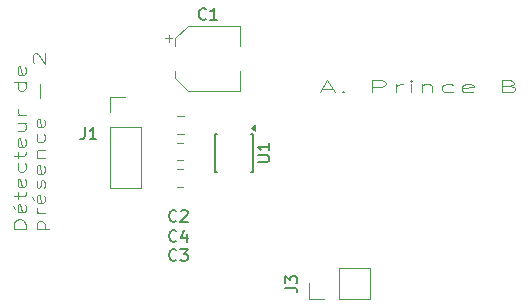
<source format=gto>
%TF.GenerationSoftware,KiCad,Pcbnew,8.0.5*%
%TF.CreationDate,2024-12-30T22:08:37+01:00*%
%TF.ProjectId,Projet2,50726f6a-6574-4322-9e6b-696361645f70,V1*%
%TF.SameCoordinates,Original*%
%TF.FileFunction,Legend,Top*%
%TF.FilePolarity,Positive*%
%FSLAX46Y46*%
G04 Gerber Fmt 4.6, Leading zero omitted, Abs format (unit mm)*
G04 Created by KiCad (PCBNEW 8.0.5) date 2024-12-30 22:08:37*
%MOMM*%
%LPD*%
G01*
G04 APERTURE LIST*
%ADD10C,0.100000*%
%ADD11C,0.150000*%
%ADD12C,0.120000*%
G04 APERTURE END LIST*
D10*
X51746741Y-33286704D02*
X52699122Y-33286704D01*
X51556265Y-33572419D02*
X52222931Y-32572419D01*
X52222931Y-32572419D02*
X52889598Y-33572419D01*
X53556265Y-33477180D02*
X53651503Y-33524800D01*
X53651503Y-33524800D02*
X53556265Y-33572419D01*
X53556265Y-33572419D02*
X53461027Y-33524800D01*
X53461027Y-33524800D02*
X53556265Y-33477180D01*
X53556265Y-33477180D02*
X53556265Y-33572419D01*
X56032456Y-33572419D02*
X56032456Y-32572419D01*
X56032456Y-32572419D02*
X56794361Y-32572419D01*
X56794361Y-32572419D02*
X56984837Y-32620038D01*
X56984837Y-32620038D02*
X57080075Y-32667657D01*
X57080075Y-32667657D02*
X57175313Y-32762895D01*
X57175313Y-32762895D02*
X57175313Y-32905752D01*
X57175313Y-32905752D02*
X57080075Y-33000990D01*
X57080075Y-33000990D02*
X56984837Y-33048609D01*
X56984837Y-33048609D02*
X56794361Y-33096228D01*
X56794361Y-33096228D02*
X56032456Y-33096228D01*
X58032456Y-33572419D02*
X58032456Y-32905752D01*
X58032456Y-33096228D02*
X58127694Y-33000990D01*
X58127694Y-33000990D02*
X58222932Y-32953371D01*
X58222932Y-32953371D02*
X58413408Y-32905752D01*
X58413408Y-32905752D02*
X58603885Y-32905752D01*
X59270551Y-33572419D02*
X59270551Y-32905752D01*
X59270551Y-32572419D02*
X59175313Y-32620038D01*
X59175313Y-32620038D02*
X59270551Y-32667657D01*
X59270551Y-32667657D02*
X59365789Y-32620038D01*
X59365789Y-32620038D02*
X59270551Y-32572419D01*
X59270551Y-32572419D02*
X59270551Y-32667657D01*
X60222932Y-32905752D02*
X60222932Y-33572419D01*
X60222932Y-33000990D02*
X60318170Y-32953371D01*
X60318170Y-32953371D02*
X60508646Y-32905752D01*
X60508646Y-32905752D02*
X60794361Y-32905752D01*
X60794361Y-32905752D02*
X60984837Y-32953371D01*
X60984837Y-32953371D02*
X61080075Y-33048609D01*
X61080075Y-33048609D02*
X61080075Y-33572419D01*
X62889599Y-33524800D02*
X62699123Y-33572419D01*
X62699123Y-33572419D02*
X62318170Y-33572419D01*
X62318170Y-33572419D02*
X62127694Y-33524800D01*
X62127694Y-33524800D02*
X62032456Y-33477180D01*
X62032456Y-33477180D02*
X61937218Y-33381942D01*
X61937218Y-33381942D02*
X61937218Y-33096228D01*
X61937218Y-33096228D02*
X62032456Y-33000990D01*
X62032456Y-33000990D02*
X62127694Y-32953371D01*
X62127694Y-32953371D02*
X62318170Y-32905752D01*
X62318170Y-32905752D02*
X62699123Y-32905752D01*
X62699123Y-32905752D02*
X62889599Y-32953371D01*
X64508647Y-33524800D02*
X64318171Y-33572419D01*
X64318171Y-33572419D02*
X63937218Y-33572419D01*
X63937218Y-33572419D02*
X63746742Y-33524800D01*
X63746742Y-33524800D02*
X63651504Y-33429561D01*
X63651504Y-33429561D02*
X63651504Y-33048609D01*
X63651504Y-33048609D02*
X63746742Y-32953371D01*
X63746742Y-32953371D02*
X63937218Y-32905752D01*
X63937218Y-32905752D02*
X64318171Y-32905752D01*
X64318171Y-32905752D02*
X64508647Y-32953371D01*
X64508647Y-32953371D02*
X64603885Y-33048609D01*
X64603885Y-33048609D02*
X64603885Y-33143847D01*
X64603885Y-33143847D02*
X63651504Y-33239085D01*
X67651505Y-33048609D02*
X67937219Y-33096228D01*
X67937219Y-33096228D02*
X68032457Y-33143847D01*
X68032457Y-33143847D02*
X68127695Y-33239085D01*
X68127695Y-33239085D02*
X68127695Y-33381942D01*
X68127695Y-33381942D02*
X68032457Y-33477180D01*
X68032457Y-33477180D02*
X67937219Y-33524800D01*
X67937219Y-33524800D02*
X67746743Y-33572419D01*
X67746743Y-33572419D02*
X66984838Y-33572419D01*
X66984838Y-33572419D02*
X66984838Y-32572419D01*
X66984838Y-32572419D02*
X67651505Y-32572419D01*
X67651505Y-32572419D02*
X67841981Y-32620038D01*
X67841981Y-32620038D02*
X67937219Y-32667657D01*
X67937219Y-32667657D02*
X68032457Y-32762895D01*
X68032457Y-32762895D02*
X68032457Y-32858133D01*
X68032457Y-32858133D02*
X67937219Y-32953371D01*
X67937219Y-32953371D02*
X67841981Y-33000990D01*
X67841981Y-33000990D02*
X67651505Y-33048609D01*
X67651505Y-33048609D02*
X66984838Y-33048609D01*
X26662475Y-45177068D02*
X25662475Y-45177068D01*
X25662475Y-45177068D02*
X25662475Y-44819925D01*
X25662475Y-44819925D02*
X25710094Y-44605639D01*
X25710094Y-44605639D02*
X25805332Y-44462782D01*
X25805332Y-44462782D02*
X25900570Y-44391353D01*
X25900570Y-44391353D02*
X26091046Y-44319925D01*
X26091046Y-44319925D02*
X26233903Y-44319925D01*
X26233903Y-44319925D02*
X26424379Y-44391353D01*
X26424379Y-44391353D02*
X26519617Y-44462782D01*
X26519617Y-44462782D02*
X26614856Y-44605639D01*
X26614856Y-44605639D02*
X26662475Y-44819925D01*
X26662475Y-44819925D02*
X26662475Y-45177068D01*
X26614856Y-43105639D02*
X26662475Y-43248496D01*
X26662475Y-43248496D02*
X26662475Y-43534211D01*
X26662475Y-43534211D02*
X26614856Y-43677068D01*
X26614856Y-43677068D02*
X26519617Y-43748496D01*
X26519617Y-43748496D02*
X26138665Y-43748496D01*
X26138665Y-43748496D02*
X26043427Y-43677068D01*
X26043427Y-43677068D02*
X25995808Y-43534211D01*
X25995808Y-43534211D02*
X25995808Y-43248496D01*
X25995808Y-43248496D02*
X26043427Y-43105639D01*
X26043427Y-43105639D02*
X26138665Y-43034211D01*
X26138665Y-43034211D02*
X26233903Y-43034211D01*
X26233903Y-43034211D02*
X26329141Y-43748496D01*
X25614856Y-43248496D02*
X25757713Y-43462782D01*
X25995808Y-42605639D02*
X25995808Y-42034211D01*
X25662475Y-42391354D02*
X26519617Y-42391354D01*
X26519617Y-42391354D02*
X26614856Y-42319925D01*
X26614856Y-42319925D02*
X26662475Y-42177068D01*
X26662475Y-42177068D02*
X26662475Y-42034211D01*
X26614856Y-40962782D02*
X26662475Y-41105639D01*
X26662475Y-41105639D02*
X26662475Y-41391354D01*
X26662475Y-41391354D02*
X26614856Y-41534211D01*
X26614856Y-41534211D02*
X26519617Y-41605639D01*
X26519617Y-41605639D02*
X26138665Y-41605639D01*
X26138665Y-41605639D02*
X26043427Y-41534211D01*
X26043427Y-41534211D02*
X25995808Y-41391354D01*
X25995808Y-41391354D02*
X25995808Y-41105639D01*
X25995808Y-41105639D02*
X26043427Y-40962782D01*
X26043427Y-40962782D02*
X26138665Y-40891354D01*
X26138665Y-40891354D02*
X26233903Y-40891354D01*
X26233903Y-40891354D02*
X26329141Y-41605639D01*
X26614856Y-39605640D02*
X26662475Y-39748497D01*
X26662475Y-39748497D02*
X26662475Y-40034211D01*
X26662475Y-40034211D02*
X26614856Y-40177068D01*
X26614856Y-40177068D02*
X26567236Y-40248497D01*
X26567236Y-40248497D02*
X26471998Y-40319925D01*
X26471998Y-40319925D02*
X26186284Y-40319925D01*
X26186284Y-40319925D02*
X26091046Y-40248497D01*
X26091046Y-40248497D02*
X26043427Y-40177068D01*
X26043427Y-40177068D02*
X25995808Y-40034211D01*
X25995808Y-40034211D02*
X25995808Y-39748497D01*
X25995808Y-39748497D02*
X26043427Y-39605640D01*
X25995808Y-39177068D02*
X25995808Y-38605640D01*
X25662475Y-38962783D02*
X26519617Y-38962783D01*
X26519617Y-38962783D02*
X26614856Y-38891354D01*
X26614856Y-38891354D02*
X26662475Y-38748497D01*
X26662475Y-38748497D02*
X26662475Y-38605640D01*
X26614856Y-37534211D02*
X26662475Y-37677068D01*
X26662475Y-37677068D02*
X26662475Y-37962783D01*
X26662475Y-37962783D02*
X26614856Y-38105640D01*
X26614856Y-38105640D02*
X26519617Y-38177068D01*
X26519617Y-38177068D02*
X26138665Y-38177068D01*
X26138665Y-38177068D02*
X26043427Y-38105640D01*
X26043427Y-38105640D02*
X25995808Y-37962783D01*
X25995808Y-37962783D02*
X25995808Y-37677068D01*
X25995808Y-37677068D02*
X26043427Y-37534211D01*
X26043427Y-37534211D02*
X26138665Y-37462783D01*
X26138665Y-37462783D02*
X26233903Y-37462783D01*
X26233903Y-37462783D02*
X26329141Y-38177068D01*
X25995808Y-36177069D02*
X26662475Y-36177069D01*
X25995808Y-36819926D02*
X26519617Y-36819926D01*
X26519617Y-36819926D02*
X26614856Y-36748497D01*
X26614856Y-36748497D02*
X26662475Y-36605640D01*
X26662475Y-36605640D02*
X26662475Y-36391354D01*
X26662475Y-36391354D02*
X26614856Y-36248497D01*
X26614856Y-36248497D02*
X26567236Y-36177069D01*
X26662475Y-35462783D02*
X25995808Y-35462783D01*
X26186284Y-35462783D02*
X26091046Y-35391354D01*
X26091046Y-35391354D02*
X26043427Y-35319926D01*
X26043427Y-35319926D02*
X25995808Y-35177068D01*
X25995808Y-35177068D02*
X25995808Y-35034211D01*
X26662475Y-32748498D02*
X25662475Y-32748498D01*
X26614856Y-32748498D02*
X26662475Y-32891355D01*
X26662475Y-32891355D02*
X26662475Y-33177069D01*
X26662475Y-33177069D02*
X26614856Y-33319926D01*
X26614856Y-33319926D02*
X26567236Y-33391355D01*
X26567236Y-33391355D02*
X26471998Y-33462783D01*
X26471998Y-33462783D02*
X26186284Y-33462783D01*
X26186284Y-33462783D02*
X26091046Y-33391355D01*
X26091046Y-33391355D02*
X26043427Y-33319926D01*
X26043427Y-33319926D02*
X25995808Y-33177069D01*
X25995808Y-33177069D02*
X25995808Y-32891355D01*
X25995808Y-32891355D02*
X26043427Y-32748498D01*
X26614856Y-31462783D02*
X26662475Y-31605640D01*
X26662475Y-31605640D02*
X26662475Y-31891355D01*
X26662475Y-31891355D02*
X26614856Y-32034212D01*
X26614856Y-32034212D02*
X26519617Y-32105640D01*
X26519617Y-32105640D02*
X26138665Y-32105640D01*
X26138665Y-32105640D02*
X26043427Y-32034212D01*
X26043427Y-32034212D02*
X25995808Y-31891355D01*
X25995808Y-31891355D02*
X25995808Y-31605640D01*
X25995808Y-31605640D02*
X26043427Y-31462783D01*
X26043427Y-31462783D02*
X26138665Y-31391355D01*
X26138665Y-31391355D02*
X26233903Y-31391355D01*
X26233903Y-31391355D02*
X26329141Y-32105640D01*
X27605752Y-45177068D02*
X28605752Y-45177068D01*
X27653371Y-45177068D02*
X27605752Y-45034211D01*
X27605752Y-45034211D02*
X27605752Y-44748496D01*
X27605752Y-44748496D02*
X27653371Y-44605639D01*
X27653371Y-44605639D02*
X27700990Y-44534211D01*
X27700990Y-44534211D02*
X27796228Y-44462782D01*
X27796228Y-44462782D02*
X28081942Y-44462782D01*
X28081942Y-44462782D02*
X28177180Y-44534211D01*
X28177180Y-44534211D02*
X28224800Y-44605639D01*
X28224800Y-44605639D02*
X28272419Y-44748496D01*
X28272419Y-44748496D02*
X28272419Y-45034211D01*
X28272419Y-45034211D02*
X28224800Y-45177068D01*
X28272419Y-43819925D02*
X27605752Y-43819925D01*
X27796228Y-43819925D02*
X27700990Y-43748496D01*
X27700990Y-43748496D02*
X27653371Y-43677068D01*
X27653371Y-43677068D02*
X27605752Y-43534210D01*
X27605752Y-43534210D02*
X27605752Y-43391353D01*
X28224800Y-42319925D02*
X28272419Y-42462782D01*
X28272419Y-42462782D02*
X28272419Y-42748497D01*
X28272419Y-42748497D02*
X28224800Y-42891354D01*
X28224800Y-42891354D02*
X28129561Y-42962782D01*
X28129561Y-42962782D02*
X27748609Y-42962782D01*
X27748609Y-42962782D02*
X27653371Y-42891354D01*
X27653371Y-42891354D02*
X27605752Y-42748497D01*
X27605752Y-42748497D02*
X27605752Y-42462782D01*
X27605752Y-42462782D02*
X27653371Y-42319925D01*
X27653371Y-42319925D02*
X27748609Y-42248497D01*
X27748609Y-42248497D02*
X27843847Y-42248497D01*
X27843847Y-42248497D02*
X27939085Y-42962782D01*
X27224800Y-42462782D02*
X27367657Y-42677068D01*
X28224800Y-41677068D02*
X28272419Y-41534211D01*
X28272419Y-41534211D02*
X28272419Y-41248497D01*
X28272419Y-41248497D02*
X28224800Y-41105640D01*
X28224800Y-41105640D02*
X28129561Y-41034211D01*
X28129561Y-41034211D02*
X28081942Y-41034211D01*
X28081942Y-41034211D02*
X27986704Y-41105640D01*
X27986704Y-41105640D02*
X27939085Y-41248497D01*
X27939085Y-41248497D02*
X27939085Y-41462783D01*
X27939085Y-41462783D02*
X27891466Y-41605640D01*
X27891466Y-41605640D02*
X27796228Y-41677068D01*
X27796228Y-41677068D02*
X27748609Y-41677068D01*
X27748609Y-41677068D02*
X27653371Y-41605640D01*
X27653371Y-41605640D02*
X27605752Y-41462783D01*
X27605752Y-41462783D02*
X27605752Y-41248497D01*
X27605752Y-41248497D02*
X27653371Y-41105640D01*
X28224800Y-39819925D02*
X28272419Y-39962782D01*
X28272419Y-39962782D02*
X28272419Y-40248497D01*
X28272419Y-40248497D02*
X28224800Y-40391354D01*
X28224800Y-40391354D02*
X28129561Y-40462782D01*
X28129561Y-40462782D02*
X27748609Y-40462782D01*
X27748609Y-40462782D02*
X27653371Y-40391354D01*
X27653371Y-40391354D02*
X27605752Y-40248497D01*
X27605752Y-40248497D02*
X27605752Y-39962782D01*
X27605752Y-39962782D02*
X27653371Y-39819925D01*
X27653371Y-39819925D02*
X27748609Y-39748497D01*
X27748609Y-39748497D02*
X27843847Y-39748497D01*
X27843847Y-39748497D02*
X27939085Y-40462782D01*
X27605752Y-39105640D02*
X28272419Y-39105640D01*
X27700990Y-39105640D02*
X27653371Y-39034211D01*
X27653371Y-39034211D02*
X27605752Y-38891354D01*
X27605752Y-38891354D02*
X27605752Y-38677068D01*
X27605752Y-38677068D02*
X27653371Y-38534211D01*
X27653371Y-38534211D02*
X27748609Y-38462783D01*
X27748609Y-38462783D02*
X28272419Y-38462783D01*
X28224800Y-37105640D02*
X28272419Y-37248497D01*
X28272419Y-37248497D02*
X28272419Y-37534211D01*
X28272419Y-37534211D02*
X28224800Y-37677068D01*
X28224800Y-37677068D02*
X28177180Y-37748497D01*
X28177180Y-37748497D02*
X28081942Y-37819925D01*
X28081942Y-37819925D02*
X27796228Y-37819925D01*
X27796228Y-37819925D02*
X27700990Y-37748497D01*
X27700990Y-37748497D02*
X27653371Y-37677068D01*
X27653371Y-37677068D02*
X27605752Y-37534211D01*
X27605752Y-37534211D02*
X27605752Y-37248497D01*
X27605752Y-37248497D02*
X27653371Y-37105640D01*
X28224800Y-35891354D02*
X28272419Y-36034211D01*
X28272419Y-36034211D02*
X28272419Y-36319926D01*
X28272419Y-36319926D02*
X28224800Y-36462783D01*
X28224800Y-36462783D02*
X28129561Y-36534211D01*
X28129561Y-36534211D02*
X27748609Y-36534211D01*
X27748609Y-36534211D02*
X27653371Y-36462783D01*
X27653371Y-36462783D02*
X27605752Y-36319926D01*
X27605752Y-36319926D02*
X27605752Y-36034211D01*
X27605752Y-36034211D02*
X27653371Y-35891354D01*
X27653371Y-35891354D02*
X27748609Y-35819926D01*
X27748609Y-35819926D02*
X27843847Y-35819926D01*
X27843847Y-35819926D02*
X27939085Y-36534211D01*
X27891466Y-34034212D02*
X27891466Y-32891355D01*
X27367657Y-31105640D02*
X27320038Y-31034212D01*
X27320038Y-31034212D02*
X27272419Y-30891355D01*
X27272419Y-30891355D02*
X27272419Y-30534212D01*
X27272419Y-30534212D02*
X27320038Y-30391355D01*
X27320038Y-30391355D02*
X27367657Y-30319926D01*
X27367657Y-30319926D02*
X27462895Y-30248497D01*
X27462895Y-30248497D02*
X27558133Y-30248497D01*
X27558133Y-30248497D02*
X27700990Y-30319926D01*
X27700990Y-30319926D02*
X28272419Y-31177069D01*
X28272419Y-31177069D02*
X28272419Y-30248497D01*
D11*
X48654819Y-50133333D02*
X49369104Y-50133333D01*
X49369104Y-50133333D02*
X49511961Y-50180952D01*
X49511961Y-50180952D02*
X49607200Y-50276190D01*
X49607200Y-50276190D02*
X49654819Y-50419047D01*
X49654819Y-50419047D02*
X49654819Y-50514285D01*
X48654819Y-49752380D02*
X48654819Y-49133333D01*
X48654819Y-49133333D02*
X49035771Y-49466666D01*
X49035771Y-49466666D02*
X49035771Y-49323809D01*
X49035771Y-49323809D02*
X49083390Y-49228571D01*
X49083390Y-49228571D02*
X49131009Y-49180952D01*
X49131009Y-49180952D02*
X49226247Y-49133333D01*
X49226247Y-49133333D02*
X49464342Y-49133333D01*
X49464342Y-49133333D02*
X49559580Y-49180952D01*
X49559580Y-49180952D02*
X49607200Y-49228571D01*
X49607200Y-49228571D02*
X49654819Y-49323809D01*
X49654819Y-49323809D02*
X49654819Y-49609523D01*
X49654819Y-49609523D02*
X49607200Y-49704761D01*
X49607200Y-49704761D02*
X49559580Y-49752380D01*
X39433333Y-44459580D02*
X39385714Y-44507200D01*
X39385714Y-44507200D02*
X39242857Y-44554819D01*
X39242857Y-44554819D02*
X39147619Y-44554819D01*
X39147619Y-44554819D02*
X39004762Y-44507200D01*
X39004762Y-44507200D02*
X38909524Y-44411961D01*
X38909524Y-44411961D02*
X38861905Y-44316723D01*
X38861905Y-44316723D02*
X38814286Y-44126247D01*
X38814286Y-44126247D02*
X38814286Y-43983390D01*
X38814286Y-43983390D02*
X38861905Y-43792914D01*
X38861905Y-43792914D02*
X38909524Y-43697676D01*
X38909524Y-43697676D02*
X39004762Y-43602438D01*
X39004762Y-43602438D02*
X39147619Y-43554819D01*
X39147619Y-43554819D02*
X39242857Y-43554819D01*
X39242857Y-43554819D02*
X39385714Y-43602438D01*
X39385714Y-43602438D02*
X39433333Y-43650057D01*
X39814286Y-43650057D02*
X39861905Y-43602438D01*
X39861905Y-43602438D02*
X39957143Y-43554819D01*
X39957143Y-43554819D02*
X40195238Y-43554819D01*
X40195238Y-43554819D02*
X40290476Y-43602438D01*
X40290476Y-43602438D02*
X40338095Y-43650057D01*
X40338095Y-43650057D02*
X40385714Y-43745295D01*
X40385714Y-43745295D02*
X40385714Y-43840533D01*
X40385714Y-43840533D02*
X40338095Y-43983390D01*
X40338095Y-43983390D02*
X39766667Y-44554819D01*
X39766667Y-44554819D02*
X40385714Y-44554819D01*
X41933333Y-27359580D02*
X41885714Y-27407200D01*
X41885714Y-27407200D02*
X41742857Y-27454819D01*
X41742857Y-27454819D02*
X41647619Y-27454819D01*
X41647619Y-27454819D02*
X41504762Y-27407200D01*
X41504762Y-27407200D02*
X41409524Y-27311961D01*
X41409524Y-27311961D02*
X41361905Y-27216723D01*
X41361905Y-27216723D02*
X41314286Y-27026247D01*
X41314286Y-27026247D02*
X41314286Y-26883390D01*
X41314286Y-26883390D02*
X41361905Y-26692914D01*
X41361905Y-26692914D02*
X41409524Y-26597676D01*
X41409524Y-26597676D02*
X41504762Y-26502438D01*
X41504762Y-26502438D02*
X41647619Y-26454819D01*
X41647619Y-26454819D02*
X41742857Y-26454819D01*
X41742857Y-26454819D02*
X41885714Y-26502438D01*
X41885714Y-26502438D02*
X41933333Y-26550057D01*
X42885714Y-27454819D02*
X42314286Y-27454819D01*
X42600000Y-27454819D02*
X42600000Y-26454819D01*
X42600000Y-26454819D02*
X42504762Y-26597676D01*
X42504762Y-26597676D02*
X42409524Y-26692914D01*
X42409524Y-26692914D02*
X42314286Y-26740533D01*
X39433333Y-47759580D02*
X39385714Y-47807200D01*
X39385714Y-47807200D02*
X39242857Y-47854819D01*
X39242857Y-47854819D02*
X39147619Y-47854819D01*
X39147619Y-47854819D02*
X39004762Y-47807200D01*
X39004762Y-47807200D02*
X38909524Y-47711961D01*
X38909524Y-47711961D02*
X38861905Y-47616723D01*
X38861905Y-47616723D02*
X38814286Y-47426247D01*
X38814286Y-47426247D02*
X38814286Y-47283390D01*
X38814286Y-47283390D02*
X38861905Y-47092914D01*
X38861905Y-47092914D02*
X38909524Y-46997676D01*
X38909524Y-46997676D02*
X39004762Y-46902438D01*
X39004762Y-46902438D02*
X39147619Y-46854819D01*
X39147619Y-46854819D02*
X39242857Y-46854819D01*
X39242857Y-46854819D02*
X39385714Y-46902438D01*
X39385714Y-46902438D02*
X39433333Y-46950057D01*
X39766667Y-46854819D02*
X40385714Y-46854819D01*
X40385714Y-46854819D02*
X40052381Y-47235771D01*
X40052381Y-47235771D02*
X40195238Y-47235771D01*
X40195238Y-47235771D02*
X40290476Y-47283390D01*
X40290476Y-47283390D02*
X40338095Y-47331009D01*
X40338095Y-47331009D02*
X40385714Y-47426247D01*
X40385714Y-47426247D02*
X40385714Y-47664342D01*
X40385714Y-47664342D02*
X40338095Y-47759580D01*
X40338095Y-47759580D02*
X40290476Y-47807200D01*
X40290476Y-47807200D02*
X40195238Y-47854819D01*
X40195238Y-47854819D02*
X39909524Y-47854819D01*
X39909524Y-47854819D02*
X39814286Y-47807200D01*
X39814286Y-47807200D02*
X39766667Y-47759580D01*
X39433333Y-46159580D02*
X39385714Y-46207200D01*
X39385714Y-46207200D02*
X39242857Y-46254819D01*
X39242857Y-46254819D02*
X39147619Y-46254819D01*
X39147619Y-46254819D02*
X39004762Y-46207200D01*
X39004762Y-46207200D02*
X38909524Y-46111961D01*
X38909524Y-46111961D02*
X38861905Y-46016723D01*
X38861905Y-46016723D02*
X38814286Y-45826247D01*
X38814286Y-45826247D02*
X38814286Y-45683390D01*
X38814286Y-45683390D02*
X38861905Y-45492914D01*
X38861905Y-45492914D02*
X38909524Y-45397676D01*
X38909524Y-45397676D02*
X39004762Y-45302438D01*
X39004762Y-45302438D02*
X39147619Y-45254819D01*
X39147619Y-45254819D02*
X39242857Y-45254819D01*
X39242857Y-45254819D02*
X39385714Y-45302438D01*
X39385714Y-45302438D02*
X39433333Y-45350057D01*
X40290476Y-45588152D02*
X40290476Y-46254819D01*
X40052381Y-45207200D02*
X39814286Y-45921485D01*
X39814286Y-45921485D02*
X40433333Y-45921485D01*
X46304819Y-39461904D02*
X47114342Y-39461904D01*
X47114342Y-39461904D02*
X47209580Y-39414285D01*
X47209580Y-39414285D02*
X47257200Y-39366666D01*
X47257200Y-39366666D02*
X47304819Y-39271428D01*
X47304819Y-39271428D02*
X47304819Y-39080952D01*
X47304819Y-39080952D02*
X47257200Y-38985714D01*
X47257200Y-38985714D02*
X47209580Y-38938095D01*
X47209580Y-38938095D02*
X47114342Y-38890476D01*
X47114342Y-38890476D02*
X46304819Y-38890476D01*
X47304819Y-37890476D02*
X47304819Y-38461904D01*
X47304819Y-38176190D02*
X46304819Y-38176190D01*
X46304819Y-38176190D02*
X46447676Y-38271428D01*
X46447676Y-38271428D02*
X46542914Y-38366666D01*
X46542914Y-38366666D02*
X46590533Y-38461904D01*
X31666666Y-36554819D02*
X31666666Y-37269104D01*
X31666666Y-37269104D02*
X31619047Y-37411961D01*
X31619047Y-37411961D02*
X31523809Y-37507200D01*
X31523809Y-37507200D02*
X31380952Y-37554819D01*
X31380952Y-37554819D02*
X31285714Y-37554819D01*
X32666666Y-37554819D02*
X32095238Y-37554819D01*
X32380952Y-37554819D02*
X32380952Y-36554819D01*
X32380952Y-36554819D02*
X32285714Y-36697676D01*
X32285714Y-36697676D02*
X32190476Y-36792914D01*
X32190476Y-36792914D02*
X32095238Y-36840533D01*
D12*
%TO.C,J3*%
X50630000Y-51080000D02*
X50630000Y-49750000D01*
X51960000Y-51080000D02*
X50630000Y-51080000D01*
X53230000Y-51080000D02*
X55830000Y-51080000D01*
X53230000Y-51080000D02*
X53230000Y-48420000D01*
X55830000Y-51080000D02*
X55830000Y-48420000D01*
X53230000Y-48420000D02*
X55830000Y-48420000D01*
%TO.C,C2*%
X39526248Y-37085000D02*
X40048752Y-37085000D01*
X39526248Y-35615000D02*
X40048752Y-35615000D01*
%TO.C,C1*%
X44860000Y-33460000D02*
X44860000Y-31760000D01*
X44860000Y-27940000D02*
X44860000Y-29640000D01*
X40404437Y-33460000D02*
X44860000Y-33460000D01*
X40404437Y-27940000D02*
X44860000Y-27940000D01*
X39340000Y-32395563D02*
X40404437Y-33460000D01*
X39340000Y-32395563D02*
X39340000Y-31760000D01*
X39340000Y-29004437D02*
X40404437Y-27940000D01*
X39340000Y-29004437D02*
X39340000Y-29640000D01*
X38787500Y-28702500D02*
X38787500Y-29327500D01*
X38475000Y-29015000D02*
X39100000Y-29015000D01*
%TO.C,C3*%
X39973752Y-40115000D02*
X39451248Y-40115000D01*
X39973752Y-41585000D02*
X39451248Y-41585000D01*
%TO.C,C4*%
X39501248Y-39335000D02*
X40023752Y-39335000D01*
X39501248Y-37865000D02*
X40023752Y-37865000D01*
D11*
%TO.C,U1*%
X42675000Y-37075000D02*
X42675000Y-40325000D01*
X42850000Y-37075000D02*
X42675000Y-37075000D01*
X42850000Y-40325000D02*
X42675000Y-40325000D01*
X45925000Y-37075000D02*
X45750000Y-37075000D01*
X45925000Y-37075000D02*
X45925000Y-40325000D01*
X45925000Y-40325000D02*
X45750000Y-40325000D01*
D12*
X46080000Y-36840000D02*
X45750000Y-36600000D01*
X46080000Y-36360000D01*
X46080000Y-36840000D01*
G36*
X46080000Y-36840000D02*
G01*
X45750000Y-36600000D01*
X46080000Y-36360000D01*
X46080000Y-36840000D01*
G37*
%TO.C,J1*%
X36430000Y-36545000D02*
X36430000Y-41685000D01*
X33770000Y-41685000D02*
X36430000Y-41685000D01*
X33770000Y-36545000D02*
X36430000Y-36545000D01*
X33770000Y-36545000D02*
X33770000Y-41685000D01*
X33770000Y-35275000D02*
X33770000Y-33945000D01*
X33770000Y-33945000D02*
X35100000Y-33945000D01*
%TD*%
M02*

</source>
